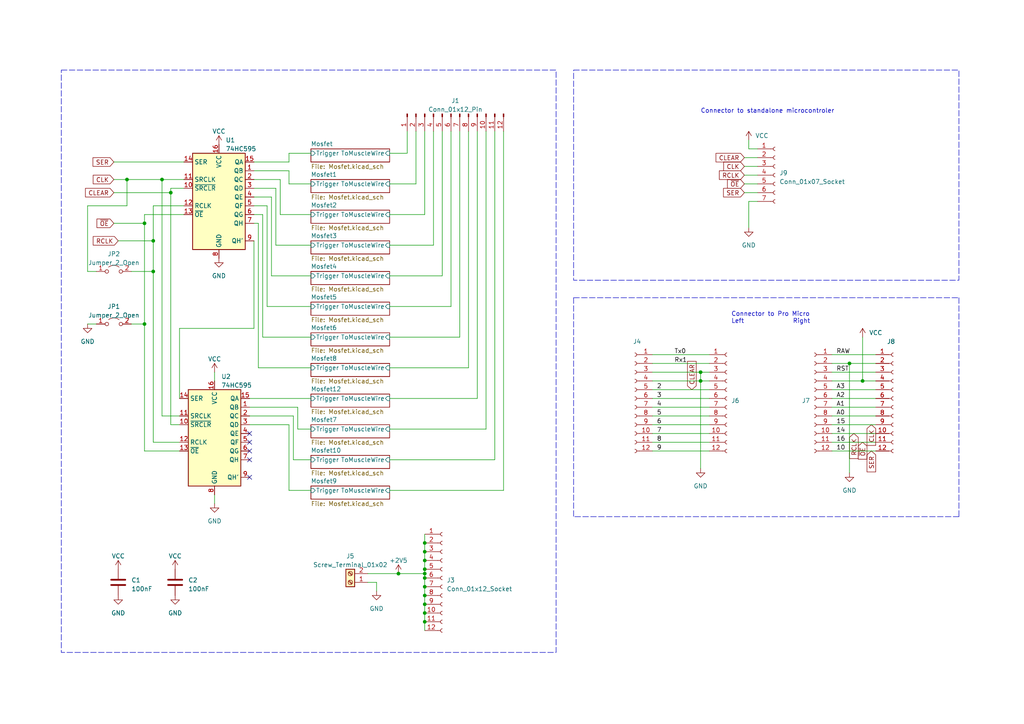
<source format=kicad_sch>
(kicad_sch (version 20230121) (generator eeschema)
  (paper "A4")
  (lib_symbols
    (symbol "74xx:74HC595"
      (property "Reference" "U" (at -7.62 13.97 0))
      (property "Value" "74HC595" (at -7.62 -16.51 0))
      (symbol "74HC595_1_0"
        (pin tri_state line (at 10.16 7.62 180) (length 2.54) (name "QB") (number "1"))
        (pin input line (at -10.16 2.54 0) (length 2.54) (name "~{SRCLR}") (number "10"))
        (pin input line (at -10.16 5.08 0) (length 2.54) (name "SRCLK") (number "11"))
        (pin input line (at -10.16 -2.54 0) (length 2.54) (name "RCLK") (number "12"))
        (pin input line (at -10.16 -5.08 0) (length 2.54) (name "~{OE}") (number "13"))
        (pin input line (at -10.16 10.16 0) (length 2.54) (name "SER") (number "14"))
        (pin tri_state line (at 10.16 10.16 180) (length 2.54) (name "QA") (number "15"))
        (pin power_in line (at 0 15.24 270) (length 2.54) (name "VCC") (number "16"))
        (pin tri_state line (at 10.16 5.08 180) (length 2.54) (name "QC") (number "2"))
        (pin tri_state line (at 10.16 2.54 180) (length 2.54) (name "QD") (number "3"))
        (pin tri_state line (at 10.16 0 180) (length 2.54) (name "QE") (number "4"))
        (pin tri_state line (at 10.16 -2.54 180) (length 2.54) (name "QF") (number "5"))
        (pin tri_state line (at 10.16 -5.08 180) (length 2.54) (name "QG") (number "6"))
        (pin tri_state line (at 10.16 -7.62 180) (length 2.54) (name "QH") (number "7"))
        (pin power_in line (at 0 -17.78 90) (length 2.54) (name "GND") (number "8"))
        (pin output line (at 10.16 -12.7 180) (length 2.54) (name "QH'") (number "9"))
      )
      (symbol "74HC595_1_1"
        (rectangle (start -7.62 12.7) (end 7.62 -15.24) (stroke (width 0.254)) (fill (type background)))
      )
    )
    (symbol "Connector:Conn_01x07_Socket" (pin_names (offset 1.016) hide)
      (property "Reference" "J" (at 0 10.16 0))
      (property "Value" "Conn_01x07_Socket" (at 0 -10.16 0))
      (symbol "Conn_01x07_Socket_1_1"
        (arc (start 0 -7.112) (mid -0.5058 -7.62) (end 0 -8.128) (stroke (width 0.1524)))
        (arc (start 0 -4.572) (mid -0.5058 -5.08) (end 0 -5.588) (stroke (width 0.1524)))
        (arc (start 0 -2.032) (mid -0.5058 -2.54) (end 0 -3.048) (stroke (width 0.1524)))
        (polyline (pts (xy -1.27 -7.62) (xy -0.508 -7.62)) (stroke (width 0.1524)))
        (polyline (pts (xy -1.27 -5.08) (xy -0.508 -5.08)) (stroke (width 0.1524)))
        (polyline (pts (xy -1.27 -2.54) (xy -0.508 -2.54)) (stroke (width 0.1524)))
        (polyline (pts (xy -1.27 0) (xy -0.508 0)) (stroke (width 0.1524)))
        (polyline (pts (xy -1.27 2.54) (xy -0.508 2.54)) (stroke (width 0.1524)))
        (polyline (pts (xy -1.27 5.08) (xy -0.508 5.08)) (stroke (width 0.1524)))
        (polyline (pts (xy -1.27 7.62) (xy -0.508 7.62)) (stroke (width 0.1524)))
        (arc (start 0 0.508) (mid -0.5058 0) (end 0 -0.508) (stroke (width 0.1524)))
        (arc (start 0 3.048) (mid -0.5058 2.54) (end 0 2.032) (stroke (width 0.1524)))
        (arc (start 0 5.588) (mid -0.5058 5.08) (end 0 4.572) (stroke (width 0.1524)))
        (arc (start 0 8.128) (mid -0.5058 7.62) (end 0 7.112) (stroke (width 0.1524)))
        (pin passive line (at -5.08 7.62 0) (length 3.81) (name "Pin_1") (number "1"))
        (pin passive line (at -5.08 5.08 0) (length 3.81) (name "Pin_2") (number "2"))
        (pin passive line (at -5.08 2.54 0) (length 3.81) (name "Pin_3") (number "3"))
        (pin passive line (at -5.08 0 0) (length 3.81) (name "Pin_4") (number "4"))
        (pin passive line (at -5.08 -2.54 0) (length 3.81) (name "Pin_5") (number "5"))
        (pin passive line (at -5.08 -5.08 0) (length 3.81) (name "Pin_6") (number "6"))
        (pin passive line (at -5.08 -7.62 0) (length 3.81) (name "Pin_7") (number "7"))
      )
    )
    (symbol "Connector:Conn_01x12_Pin" (pin_names (offset 1.016) hide)
      (property "Reference" "J" (at 0 15.24 0))
      (property "Value" "Conn_01x12_Pin" (at 0 -17.78 0))
      (symbol "Conn_01x12_Pin_1_1"
        (polyline (pts (xy 1.27 -15.24) (xy 0.8636 -15.24)) (stroke (width 0.1524)))
        (polyline (pts (xy 1.27 -12.7) (xy 0.8636 -12.7)) (stroke (width 0.1524)))
        (polyline (pts (xy 1.27 -10.16) (xy 0.8636 -10.16)) (stroke (width 0.1524)))
        (polyline (pts (xy 1.27 -7.62) (xy 0.8636 -7.62)) (stroke (width 0.1524)))
        (polyline (pts (xy 1.27 -5.08) (xy 0.8636 -5.08)) (stroke (width 0.1524)))
        (polyline (pts (xy 1.27 -2.54) (xy 0.8636 -2.54)) (stroke (width 0.1524)))
        (polyline (pts (xy 1.27 0) (xy 0.8636 0)) (stroke (width 0.1524)))
        (polyline (pts (xy 1.27 2.54) (xy 0.8636 2.54)) (stroke (width 0.1524)))
        (polyline (pts (xy 1.27 5.08) (xy 0.8636 5.08)) (stroke (width 0.1524)))
        (polyline (pts (xy 1.27 7.62) (xy 0.8636 7.62)) (stroke (width 0.1524)))
        (polyline (pts (xy 1.27 10.16) (xy 0.8636 10.16)) (stroke (width 0.1524)))
        (polyline (pts (xy 1.27 12.7) (xy 0.8636 12.7)) (stroke (width 0.1524)))
        (rectangle (start 0.8636 -15.113) (end 0 -15.367) (stroke (width 0.1524)) (fill (type outline)))
        (rectangle (start 0.8636 -12.573) (end 0 -12.827) (stroke (width 0.1524)) (fill (type outline)))
        (rectangle (start 0.8636 -10.033) (end 0 -10.287) (stroke (width 0.1524)) (fill (type outline)))
        (rectangle (start 0.8636 -7.493) (end 0 -7.747) (stroke (width 0.1524)) (fill (type outline)))
        (rectangle (start 0.8636 -4.953) (end 0 -5.207) (stroke (width 0.1524)) (fill (type outline)))
        (rectangle (start 0.8636 -2.413) (end 0 -2.667) (stroke (width 0.1524)) (fill (type outline)))
        (rectangle (start 0.8636 0.127) (end 0 -0.127) (stroke (width 0.1524)) (fill (type outline)))
        (rectangle (start 0.8636 2.667) (end 0 2.413) (stroke (width 0.1524)) (fill (type outline)))
        (rectangle (start 0.8636 5.207) (end 0 4.953) (stroke (width 0.1524)) (fill (type outline)))
        (rectangle (start 0.8636 7.747) (end 0 7.493) (stroke (width 0.1524)) (fill (type outline)))
        (rectangle (start 0.8636 10.287) (end 0 10.033) (stroke (width 0.1524)) (fill (type outline)))
        (rectangle (start 0.8636 12.827) (end 0 12.573) (stroke (width 0.1524)) (fill (type outline)))
        (pin passive line (at 5.08 12.7 180) (length 3.81) (name "Pin_1") (number "1"))
        (pin passive line (at 5.08 -10.16 180) (length 3.81) (name "Pin_10") (number "10"))
        (pin passive line (at 5.08 -12.7 180) (length 3.81) (name "Pin_11") (number "11"))
        (pin passive line (at 5.08 -15.24 180) (length 3.81) (name "Pin_12") (number "12"))
        (pin passive line (at 5.08 10.16 180) (length 3.81) (name "Pin_2") (number "2"))
        (pin passive line (at 5.08 7.62 180) (length 3.81) (name "Pin_3") (number "3"))
        (pin passive line (at 5.08 5.08 180) (length 3.81) (name "Pin_4") (number "4"))
        (pin passive line (at 5.08 2.54 180) (length 3.81) (name "Pin_5") (number "5"))
        (pin passive line (at 5.08 0 180) (length 3.81) (name "Pin_6") (number "6"))
        (pin passive line (at 5.08 -2.54 180) (length 3.81) (name "Pin_7") (number "7"))
        (pin passive line (at 5.08 -5.08 180) (length 3.81) (name "Pin_8") (number "8"))
        (pin passive line (at 5.08 -7.62 180) (length 3.81) (name "Pin_9") (number "9"))
      )
    )
    (symbol "Connector:Conn_01x12_Socket" (pin_names (offset 1.016) hide)
      (property "Reference" "J" (at 0 15.24 0))
      (property "Value" "Conn_01x12_Socket" (at 0 -17.78 0))
      (symbol "Conn_01x12_Socket_1_1"
        (arc (start 0 -14.732) (mid -0.5058 -15.24) (end 0 -15.748) (stroke (width 0.1524)))
        (arc (start 0 -12.192) (mid -0.5058 -12.7) (end 0 -13.208) (stroke (width 0.1524)))
        (arc (start 0 -9.652) (mid -0.5058 -10.16) (end 0 -10.668) (stroke (width 0.1524)))
        (arc (start 0 -7.112) (mid -0.5058 -7.62) (end 0 -8.128) (stroke (width 0.1524)))
        (arc (start 0 -4.572) (mid -0.5058 -5.08) (end 0 -5.588) (stroke (width 0.1524)))
        (arc (start 0 -2.032) (mid -0.5058 -2.54) (end 0 -3.048) (stroke (width 0.1524)))
        (polyline (pts (xy -1.27 -15.24) (xy -0.508 -15.24)) (stroke (width 0.1524)))
        (polyline (pts (xy -1.27 -12.7) (xy -0.508 -12.7)) (stroke (width 0.1524)))
        (polyline (pts (xy -1.27 -10.16) (xy -0.508 -10.16)) (stroke (width 0.1524)))
        (polyline (pts (xy -1.27 -7.62) (xy -0.508 -7.62)) (stroke (width 0.1524)))
        (polyline (pts (xy -1.27 -5.08) (xy -0.508 -5.08)) (stroke (width 0.1524)))
        (polyline (pts (xy -1.27 -2.54) (xy -0.508 -2.54)) (stroke (width 0.1524)))
        (polyline (pts (xy -1.27 0) (xy -0.508 0)) (stroke (width 0.1524)))
        (polyline (pts (xy -1.27 2.54) (xy -0.508 2.54)) (stroke (width 0.1524)))
        (polyline (pts (xy -1.27 5.08) (xy -0.508 5.08)) (stroke (width 0.1524)))
        (polyline (pts (xy -1.27 7.62) (xy -0.508 7.62)) (stroke (width 0.1524)))
        (polyline (pts (xy -1.27 10.16) (xy -0.508 10.16)) (stroke (width 0.1524)))
        (polyline (pts (xy -1.27 12.7) (xy -0.508 12.7)) (stroke (width 0.1524)))
        (arc (start 0 0.508) (mid -0.5058 0) (end 0 -0.508) (stroke (width 0.1524)))
        (arc (start 0 3.048) (mid -0.5058 2.54) (end 0 2.032) (stroke (width 0.1524)))
        (arc (start 0 5.588) (mid -0.5058 5.08) (end 0 4.572) (stroke (width 0.1524)))
        (arc (start 0 8.128) (mid -0.5058 7.62) (end 0 7.112) (stroke (width 0.1524)))
        (arc (start 0 10.668) (mid -0.5058 10.16) (end 0 9.652) (stroke (width 0.1524)))
        (arc (start 0 13.208) (mid -0.5058 12.7) (end 0 12.192) (stroke (width 0.1524)))
        (pin passive line (at -5.08 12.7 0) (length 3.81) (name "Pin_1") (number "1"))
        (pin passive line (at -5.08 -10.16 0) (length 3.81) (name "Pin_10") (number "10"))
        (pin passive line (at -5.08 -12.7 0) (length 3.81) (name "Pin_11") (number "11"))
        (pin passive line (at -5.08 -15.24 0) (length 3.81) (name "Pin_12") (number "12"))
        (pin passive line (at -5.08 10.16 0) (length 3.81) (name "Pin_2") (number "2"))
        (pin passive line (at -5.08 7.62 0) (length 3.81) (name "Pin_3") (number "3"))
        (pin passive line (at -5.08 5.08 0) (length 3.81) (name "Pin_4") (number "4"))
        (pin passive line (at -5.08 2.54 0) (length 3.81) (name "Pin_5") (number "5"))
        (pin passive line (at -5.08 0 0) (length 3.81) (name "Pin_6") (number "6"))
        (pin passive line (at -5.08 -2.54 0) (length 3.81) (name "Pin_7") (number "7"))
        (pin passive line (at -5.08 -5.08 0) (length 3.81) (name "Pin_8") (number "8"))
        (pin passive line (at -5.08 -7.62 0) (length 3.81) (name "Pin_9") (number "9"))
      )
    )
    (symbol "Connector:Screw_Terminal_01x02" (pin_names (offset 1.016) hide)
      (property "Reference" "J" (at 0 2.54 0))
      (property "Value" "Screw_Terminal_01x02" (at 0 -5.08 0))
      (symbol "Screw_Terminal_01x02_1_1"
        (rectangle (start -1.27 1.27) (end 1.27 -3.81) (stroke (width 0.254)) (fill (type background)))
        (circle (center 0 -2.54) (radius 0.635) (stroke (width 0.1524)))
        (polyline (pts (xy -0.5334 -2.2098) (xy 0.3302 -3.048)) (stroke (width 0.1524)))
        (polyline (pts (xy -0.5334 0.3302) (xy 0.3302 -0.508)) (stroke (width 0.1524)))
        (polyline (pts (xy -0.3556 -2.032) (xy 0.508 -2.8702)) (stroke (width 0.1524)))
        (polyline (pts (xy -0.3556 0.508) (xy 0.508 -0.3302)) (stroke (width 0.1524)))
        (circle (center 0 0) (radius 0.635) (stroke (width 0.1524)))
        (pin passive line (at -5.08 0 0) (length 3.81) (name "Pin_1") (number "1"))
        (pin passive line (at -5.08 -2.54 0) (length 3.81) (name "Pin_2") (number "2"))
      )
    )
    (symbol "Device:C" (pin_numbers hide) (pin_names (offset 0.254))
      (property "Reference" "C" (at 0.635 2.54 0))
      (property "Value" "C" (at 0.635 -2.54 0))
      (symbol "C_0_1"
        (polyline (pts (xy -2.032 -0.762) (xy 2.032 -0.762)) (stroke (width 0.508)))
        (polyline (pts (xy -2.032 0.762) (xy 2.032 0.762)) (stroke (width 0.508)))
      )
      (symbol "C_1_1"
        (pin passive line (at 0 3.81 270) (length 2.794) (name "~") (number "1"))
        (pin passive line (at 0 -3.81 90) (length 2.794) (name "~") (number "2"))
      )
    )
    (symbol "Jumper:Jumper_2_Open" (pin_names (offset 0) hide)
      (property "Reference" "JP" (at 0 2.794 0))
      (property "Value" "Jumper_2_Open" (at 0 -2.286 0))
      (symbol "Jumper_2_Open_0_0"
        (circle (center -2.032 0) (radius 0.508))
        (circle (center 2.032 0) (radius 0.508))
      )
      (symbol "Jumper_2_Open_0_1"
        (arc (start 1.524 1.27) (mid 0 1.778) (end -1.524 1.27))
      )
      (symbol "Jumper_2_Open_1_1"
        (pin passive line (at -5.08 0 0) (length 2.54) (name "A") (number "1"))
        (pin passive line (at 5.08 0 180) (length 2.54) (name "B") (number "2"))
      )
    )
    (symbol "power:+2V5" (power) (pin_names (offset 0))
      (property "Value" "+2V5" (at 0 3.556 0))
      (symbol "+2V5_0_1"
        (polyline (pts (xy -0.762 1.27) (xy 0 2.54)))
        (polyline (pts (xy 0 0) (xy 0 2.54)))
        (polyline (pts (xy 0 2.54) (xy 0.762 1.27)))
      )
      (symbol "+2V5_1_1"
        (pin power_in line (at 0 0 90) (length 0) hide (name "+2V5") (number "1"))
      )
    )
    (symbol "power:GND" (power) (pin_names (offset 0))
      (property "Value" "GND" (at 0 -3.81 0))
      (symbol "GND_0_1"
        (polyline (pts (xy 0 0) (xy 0 -1.27) (xy 1.27 -1.27) (xy 0 -2.54) (xy -1.27 -1.27) (xy 0 -1.27)))
      )
      (symbol "GND_1_1"
        (pin power_in line (at 0 0 270) (length 0) hide (name "GND") (number "1"))
      )
    )
    (symbol "power:VCC" (power) (pin_names (offset 0))
      (property "Value" "VCC" (at 0 3.81 0))
      (symbol "VCC_0_1"
        (polyline (pts (xy -0.762 1.27) (xy 0 2.54)))
        (polyline (pts (xy 0 0) (xy 0 2.54)))
        (polyline (pts (xy 0 2.54) (xy 0.762 1.27)))
      )
      (symbol "VCC_1_1"
        (pin power_in line (at 0 0 90) (length 0) hide (name "VCC") (number "1"))
      )
    )
  )
  (junction (at 44.45 78.74))
  (junction (at 123.19 172.72))
  (junction (at 36.83 52.07))
  (junction (at 203.2 107.95))
  (junction (at 123.19 157.48))
  (junction (at 41.91 93.98))
  (junction (at 123.19 167.64))
  (junction (at 250.19 110.49))
  (junction (at 123.19 162.56))
  (junction (at 123.19 175.26))
  (junction (at 123.19 170.18))
  (junction (at 123.19 160.02))
  (junction (at 46.99 52.07))
  (junction (at 44.45 69.85))
  (junction (at 246.38 105.41))
  (junction (at 123.19 177.8))
  (junction (at 203.2 110.49))
  (junction (at 123.19 166.37))
  (junction (at 115.57 166.37))
  (junction (at 123.19 180.34))
  (junction (at 41.91 64.77))
  (junction (at 123.19 165.1))
  (junction (at 49.53 55.88))
  (no_connect (at 72.39 133.35))
  (no_connect (at 72.39 125.73))
  (no_connect (at 72.39 128.27))
  (no_connect (at 72.39 130.81))
  (no_connect (at 72.39 138.43))
  (wire (pts (xy 215.9 53.34) (xy 219.71 53.34)))
  (wire (pts (xy 189.23 115.57) (xy 205.74 115.57)))
  (wire (pts (xy 113.03 62.23) (xy 123.19 62.23)))
  (wire (pts (xy 86.36 118.11) (xy 86.36 124.46)))
  (wire (pts (xy 189.23 118.11) (xy 205.74 118.11)))
  (wire (pts (xy 83.82 44.45) (xy 90.17 44.45)))
  (wire (pts (xy 85.09 133.35) (xy 90.17 133.35)))
  (wire (pts (xy 241.3 123.19) (xy 254 123.19)))
  (wire (pts (xy 74.93 106.68) (xy 90.17 106.68)))
  (wire (pts (xy 115.57 166.37) (xy 123.19 166.37)))
  (wire (pts (xy 189.23 128.27) (xy 205.74 128.27)))
  (wire (pts (xy 123.19 177.8) (xy 123.19 180.34)))
  (wire (pts (xy 85.09 120.65) (xy 85.09 133.35)))
  (wire (pts (xy 203.2 110.49) (xy 205.74 110.49)))
  (wire (pts (xy 130.81 38.1) (xy 130.81 88.9)))
  (wire (pts (xy 106.68 166.37) (xy 115.57 166.37)))
  (wire (pts (xy 33.02 46.99) (xy 53.34 46.99)))
  (wire (pts (xy 73.66 69.85) (xy 73.66 95.25)))
  (wire (pts (xy 113.03 142.24) (xy 146.05 142.24)))
  (wire (pts (xy 113.03 97.79) (xy 133.35 97.79)))
  (wire (pts (xy 217.17 58.42) (xy 219.71 58.42)))
  (wire (pts (xy 73.66 59.69) (xy 77.47 59.69)))
  (wire (pts (xy 73.66 46.99) (xy 83.82 46.99)))
  (wire (pts (xy 38.1 93.98) (xy 41.91 93.98)))
  (wire (pts (xy 73.66 64.77) (xy 74.93 64.77)))
  (wire (pts (xy 44.45 128.27) (xy 52.07 128.27)))
  (wire (pts (xy 62.23 143.51) (xy 62.23 146.05)))
  (wire (pts (xy 72.39 123.19) (xy 83.82 123.19)))
  (wire (pts (xy 143.51 38.1) (xy 143.51 133.35)))
  (wire (pts (xy 41.91 93.98) (xy 41.91 130.81)))
  (wire (pts (xy 123.19 180.34) (xy 123.19 182.88)))
  (wire (pts (xy 113.03 44.45) (xy 118.11 44.45)))
  (wire (pts (xy 120.65 38.1) (xy 120.65 53.34)))
  (wire (pts (xy 143.51 133.35) (xy 113.03 133.35)))
  (wire (pts (xy 189.23 120.65) (xy 205.74 120.65)))
  (wire (pts (xy 203.2 135.89) (xy 203.2 110.49)))
  (wire (pts (xy 86.36 124.46) (xy 90.17 124.46)))
  (wire (pts (xy 25.4 78.74) (xy 25.4 59.69)))
  (wire (pts (xy 241.3 128.27) (xy 254 128.27)))
  (wire (pts (xy 215.9 48.26) (xy 219.71 48.26)))
  (wire (pts (xy 72.39 118.11) (xy 86.36 118.11)))
  (wire (pts (xy 241.3 118.11) (xy 254 118.11)))
  (polyline (pts (xy 166.37 86.36) (xy 278.13 86.36)) (stroke (width 0) (type dash)))
  (wire (pts (xy 73.66 49.53) (xy 83.82 49.53)))
  (wire (pts (xy 90.17 97.79) (xy 76.2 97.79)))
  (wire (pts (xy 241.3 115.57) (xy 254 115.57)))
  (wire (pts (xy 123.19 165.1) (xy 123.19 166.37)))
  (wire (pts (xy 113.03 71.12) (xy 125.73 71.12)))
  (wire (pts (xy 46.99 52.07) (xy 46.99 120.65)))
  (wire (pts (xy 241.3 105.41) (xy 246.38 105.41)))
  (wire (pts (xy 215.9 50.8) (xy 219.71 50.8)))
  (wire (pts (xy 49.53 54.61) (xy 49.53 55.88)))
  (wire (pts (xy 138.43 115.57) (xy 113.03 115.57)))
  (wire (pts (xy 128.27 80.01) (xy 113.03 80.01)))
  (wire (pts (xy 41.91 62.23) (xy 41.91 64.77)))
  (wire (pts (xy 205.74 107.95) (xy 203.2 107.95)))
  (wire (pts (xy 128.27 38.1) (xy 128.27 80.01)))
  (wire (pts (xy 217.17 58.42) (xy 217.17 66.04)))
  (wire (pts (xy 123.19 160.02) (xy 123.19 157.48)))
  (wire (pts (xy 76.2 62.23) (xy 73.66 62.23)))
  (polyline (pts (xy 278.13 149.86) (xy 166.37 149.86)) (stroke (width 0) (type dash)))
  (wire (pts (xy 44.45 78.74) (xy 44.45 128.27)))
  (wire (pts (xy 189.23 105.41) (xy 205.74 105.41)))
  (wire (pts (xy 33.02 64.77) (xy 41.91 64.77)))
  (wire (pts (xy 33.02 55.88) (xy 49.53 55.88)))
  (wire (pts (xy 241.3 125.73) (xy 254 125.73)))
  (polyline (pts (xy 278.13 86.36) (xy 278.13 149.86)) (stroke (width 0) (type dash)))
  (wire (pts (xy 250.19 110.49) (xy 250.19 97.79)))
  (wire (pts (xy 106.68 168.91) (xy 109.22 168.91)))
  (wire (pts (xy 52.07 95.25) (xy 52.07 115.57)))
  (wire (pts (xy 53.34 52.07) (xy 46.99 52.07)))
  (wire (pts (xy 241.3 130.81) (xy 254 130.81)))
  (wire (pts (xy 215.9 55.88) (xy 219.71 55.88)))
  (wire (pts (xy 49.53 123.19) (xy 52.07 123.19)))
  (wire (pts (xy 246.38 105.41) (xy 254 105.41)))
  (wire (pts (xy 38.1 78.74) (xy 44.45 78.74)))
  (polyline (pts (xy 166.37 86.36) (xy 166.37 149.86)) (stroke (width 0) (type dash)))
  (wire (pts (xy 189.23 107.95) (xy 203.2 107.95)))
  (wire (pts (xy 78.74 57.15) (xy 78.74 80.01)))
  (wire (pts (xy 113.03 53.34) (xy 120.65 53.34)))
  (wire (pts (xy 83.82 123.19) (xy 83.82 142.24)))
  (wire (pts (xy 135.89 106.68) (xy 135.89 38.1)))
  (wire (pts (xy 72.39 120.65) (xy 85.09 120.65)))
  (wire (pts (xy 241.3 107.95) (xy 254 107.95)))
  (wire (pts (xy 189.23 102.87) (xy 205.74 102.87)))
  (wire (pts (xy 123.19 172.72) (xy 123.19 175.26)))
  (wire (pts (xy 123.19 162.56) (xy 123.19 165.1)))
  (wire (pts (xy 36.83 52.07) (xy 46.99 52.07)))
  (wire (pts (xy 219.71 43.18) (xy 217.17 43.18)))
  (wire (pts (xy 74.93 64.77) (xy 74.93 106.68)))
  (wire (pts (xy 203.2 110.49) (xy 203.2 107.95)))
  (wire (pts (xy 83.82 46.99) (xy 83.82 44.45)))
  (wire (pts (xy 73.66 54.61) (xy 80.01 54.61)))
  (wire (pts (xy 113.03 106.68) (xy 135.89 106.68)))
  (wire (pts (xy 41.91 64.77) (xy 41.91 93.98)))
  (wire (pts (xy 73.66 52.07) (xy 81.28 52.07)))
  (wire (pts (xy 189.23 110.49) (xy 203.2 110.49)))
  (wire (pts (xy 77.47 88.9) (xy 90.17 88.9)))
  (wire (pts (xy 118.11 38.1) (xy 118.11 44.45)))
  (wire (pts (xy 73.66 57.15) (xy 78.74 57.15)))
  (wire (pts (xy 44.45 59.69) (xy 44.45 69.85)))
  (wire (pts (xy 83.82 53.34) (xy 90.17 53.34)))
  (wire (pts (xy 123.19 166.37) (xy 123.19 167.64)))
  (wire (pts (xy 250.19 110.49) (xy 254 110.49)))
  (wire (pts (xy 109.22 168.91) (xy 109.22 171.45)))
  (wire (pts (xy 241.3 113.03) (xy 254 113.03)))
  (wire (pts (xy 72.39 115.57) (xy 90.17 115.57)))
  (wire (pts (xy 34.29 69.85) (xy 44.45 69.85)))
  (wire (pts (xy 76.2 62.23) (xy 76.2 97.79)))
  (wire (pts (xy 217.17 43.18) (xy 217.17 40.64)))
  (wire (pts (xy 146.05 142.24) (xy 146.05 38.1)))
  (wire (pts (xy 81.28 62.23) (xy 90.17 62.23)))
  (wire (pts (xy 80.01 71.12) (xy 90.17 71.12)))
  (wire (pts (xy 53.34 59.69) (xy 44.45 59.69)))
  (wire (pts (xy 41.91 130.81) (xy 52.07 130.81)))
  (wire (pts (xy 133.35 97.79) (xy 133.35 38.1)))
  (wire (pts (xy 140.97 124.46) (xy 140.97 38.1)))
  (wire (pts (xy 138.43 38.1) (xy 138.43 115.57)))
  (wire (pts (xy 77.47 59.69) (xy 77.47 88.9)))
  (wire (pts (xy 241.3 102.87) (xy 254 102.87)))
  (wire (pts (xy 73.66 95.25) (xy 52.07 95.25)))
  (wire (pts (xy 83.82 49.53) (xy 83.82 53.34)))
  (wire (pts (xy 44.45 69.85) (xy 44.45 78.74)))
  (wire (pts (xy 246.38 137.16) (xy 246.38 105.41)))
  (wire (pts (xy 46.99 120.65) (xy 52.07 120.65)))
  (wire (pts (xy 78.74 80.01) (xy 90.17 80.01)))
  (wire (pts (xy 123.19 175.26) (xy 123.19 177.8)))
  (wire (pts (xy 123.19 154.94) (xy 123.19 157.48)))
  (wire (pts (xy 62.23 110.49) (xy 62.23 107.95)))
  (wire (pts (xy 241.3 110.49) (xy 250.19 110.49)))
  (wire (pts (xy 25.4 59.69) (xy 36.83 59.69)))
  (wire (pts (xy 189.23 130.81) (xy 205.74 130.81)))
  (wire (pts (xy 25.4 93.98) (xy 27.94 93.98)))
  (wire (pts (xy 49.53 55.88) (xy 49.53 123.19)))
  (wire (pts (xy 113.03 124.46) (xy 140.97 124.46)))
  (wire (pts (xy 123.19 160.02) (xy 123.19 162.56)))
  (wire (pts (xy 25.4 78.74) (xy 27.94 78.74)))
  (wire (pts (xy 80.01 54.61) (xy 80.01 71.12)))
  (wire (pts (xy 123.19 38.1) (xy 123.19 62.23)))
  (wire (pts (xy 33.02 52.07) (xy 36.83 52.07)))
  (wire (pts (xy 113.03 88.9) (xy 130.81 88.9)))
  (wire (pts (xy 215.9 45.72) (xy 219.71 45.72)))
  (wire (pts (xy 189.23 113.03) (xy 205.74 113.03)))
  (wire (pts (xy 53.34 62.23) (xy 41.91 62.23)))
  (wire (pts (xy 125.73 38.1) (xy 125.73 71.12)))
  (wire (pts (xy 241.3 120.65) (xy 254 120.65)))
  (wire (pts (xy 123.19 167.64) (xy 123.19 170.18)))
  (wire (pts (xy 53.34 54.61) (xy 49.53 54.61)))
  (wire (pts (xy 83.82 142.24) (xy 90.17 142.24)))
  (wire (pts (xy 36.83 59.69) (xy 36.83 52.07)))
  (wire (pts (xy 123.19 170.18) (xy 123.19 172.72)))
  (wire (pts (xy 189.23 125.73) (xy 205.74 125.73)))
  (wire (pts (xy 189.23 123.19) (xy 205.74 123.19)))
  (wire (pts (xy 81.28 52.07) (xy 81.28 62.23)))
  (rectangle (start 166.37 20.32) (end 278.13 81.28) (stroke (width 0) (type dash)))
  (rectangle (start 17.78 20.32) (end 161.29 189.23) (stroke (width 0) (type dash)))
  (text "Connector to Pro Micro\nLeft		   Right" (at 212.09 93.98 0) (effects (font (size 1.27 1.27)) (justify left bottom)))
  (text "Connector to standalone microcontroler" (at 203.2 33.02 0) (effects (font (size 1.27 1.27)) (justify left bottom)))
  (label "A1" (at 242.57 118.11 0))
  (label "8" (at 190.5 128.27 0))
  (label "14" (at 242.57 125.73 0))
  (label "RAW" (at 242.57 102.87 0))
  (label "Rx1" (at 195.58 105.41 0))
  (label "2" (at 190.5 113.03 0))
  (label "15" (at 242.57 123.19 0))
  (label "9" (at 190.5 130.81 0))
  (label "RST" (at 242.57 107.95 0))
  (label "A0" (at 242.57 120.65 0))
  (label "16" (at 242.57 128.27 0))
  (label "7" (at 190.5 125.73 0))
  (label "3" (at 190.5 115.57 0))
  (label "A2" (at 242.57 115.57 0))
  (label "5" (at 190.5 120.65 0))
  (label "4" (at 190.5 118.11 0))
  (label "A3" (at 242.57 113.03 0))
  (label "10" (at 242.57 130.81 0))
  (label "Tx0" (at 195.58 102.87 0))
  (label "6" (at 190.5 123.19 0))
  (global_label "CLEAR" (shape input) (at 33.02 55.88 180) (property "Intersheetrefs" "${INTERSHEET_REFS}" (effects hide)))
  (global_label "CLEAR" (shape input) (at 200.66 113.03 90) (property "Intersheetrefs" "${INTERSHEET_REFS}" (effects hide)))
  (global_label "RCLK" (shape input) (at 34.29 69.85 180) (property "Intersheetrefs" "${INTERSHEET_REFS}" (effects hide)))
  (global_label "SER" (shape input) (at 33.02 46.99 180) (property "Intersheetrefs" "${INTERSHEET_REFS}" (effects hide)))
  (global_label "RCLK" (shape input) (at 247.65 125.73 270) (property "Intersheetrefs" "${INTERSHEET_REFS}" (effects hide)))
  (global_label "CLK" (shape input) (at 252.73 123.19 270) (property "Intersheetrefs" "${INTERSHEET_REFS}" (effects hide)))
  (global_label "CLK" (shape input) (at 33.02 52.07 180) (property "Intersheetrefs" "${INTERSHEET_REFS}" (effects hide)))
  (global_label "RCLK" (shape input) (at 215.9 50.8 180) (property "Intersheetrefs" "${INTERSHEET_REFS}" (effects hide)))
  (global_label "CLK" (shape input) (at 215.9 48.26 180) (property "Intersheetrefs" "${INTERSHEET_REFS}" (effects hide)))
  (global_label "~{OE}" (shape input) (at 250.19 128.27 270) (property "Intersheetrefs" "${INTERSHEET_REFS}" (effects hide)))
  (global_label "~{OE}" (shape input) (at 215.9 53.34 180) (property "Intersheetrefs" "${INTERSHEET_REFS}" (effects hide)))
  (global_label "SER" (shape input) (at 215.9 55.88 180) (property "Intersheetrefs" "${INTERSHEET_REFS}" (effects hide)))
  (global_label "SER" (shape input) (at 252.73 130.81 270) (property "Intersheetrefs" "${INTERSHEET_REFS}" (effects hide)))
  (global_label "~{OE}" (shape input) (at 33.02 64.77 180) (property "Intersheetrefs" "${INTERSHEET_REFS}" (effects hide)))
  (global_label "CLEAR" (shape input) (at 215.9 45.72 180) (property "Intersheetrefs" "${INTERSHEET_REFS}" (effects hide)))
  (symbol (lib_id "power:GND") (at 34.29 172.72 0) (unit 1)
    (property "Reference" "#PWR024" (effects hide))
    (property "Value" "GND" (at 34.29 177.8 0))
  )
  (symbol (lib_id "Device:C") (at 50.8 168.91 0) (unit 1)
    (property "Reference" "C2" (at 54.61 168.275 0) (effects (justify left)))
    (property "Value" "100nF" (at 54.61 170.815 0) (effects (justify left)))
    (property "Footprint" "Capacitor_SMD:C_0805_2012Metric_Pad1.18x1.45mm_HandSolder" (effects hide))
  )
  (symbol (lib_id "Connector:Conn_01x12_Socket") (at 236.22 115.57 0) (mirror y) (unit 1)
    (property "Reference" "J7" (at 234.95 116.205 0) (effects (justify left)))
    (property "Value" "Conn_01x12_Socket" (effects hide))
    (property "Footprint" "Connector_PinSocket_2.54mm:PinSocket_1x12_P2.54mm_Vertical" (effects hide))
  )
  (symbol (lib_id "Connector:Screw_Terminal_01x02") (at 101.6 168.91 180) (unit 1)
    (property "Reference" "J5" (at 101.6 161.29 0))
    (property "Value" "Screw_Terminal_01x02" (at 101.6 163.83 0))
    (property "Footprint" "TerminalBlock:TerminalBlock_bornier-2_P5.08mm" (effects hide))
  )
  (symbol (lib_id "power:VCC") (at 34.29 165.1 0) (unit 1)
    (property "Reference" "#PWR015" (effects hide))
    (property "Value" "VCC" (at 34.29 161.29 0))
  )
  (symbol (lib_id "power:GND") (at 109.22 171.45 0) (unit 1)
    (property "Reference" "#PWR014" (effects hide))
    (property "Value" "GND" (at 109.22 176.53 0))
  )
  (symbol (lib_id "Connector:Conn_01x07_Socket") (at 224.79 50.8 0) (unit 1)
    (property "Reference" "J9" (at 226.06 50.165 0) (effects (justify left)))
    (property "Value" "Conn_01x07_Socket" (at 226.06 52.705 0) (effects (justify left)))
    (property "Footprint" "Connector_PinSocket_2.54mm:PinSocket_1x07_P2.54mm_Horizontal" (effects hide))
  )
  (symbol (lib_id "power:GND") (at 62.23 146.05 0) (unit 1)
    (property "Reference" "#PWR019" (effects hide))
    (property "Value" "GND" (at 62.23 151.13 0))
  )
  (symbol (lib_id "power:VCC") (at 217.17 40.64 0) (unit 1)
    (property "Reference" "#PWR023" (effects hide))
    (property "Value" "VCC" (at 220.98 39.37 0))
  )
  (symbol (lib_id "power:+2V5") (at 115.57 166.37 0) (unit 1)
    (property "Reference" "#PWR02" (effects hide))
    (property "Value" "+2V5" (at 115.57 162.56 0))
  )
  (symbol (lib_id "74xx:74HC595") (at 62.23 125.73 0) (unit 1)
    (property "Reference" "U2" (at 64.1859 109.22 0) (effects (justify left)))
    (property "Value" "74HC595" (at 64.1859 111.76 0) (effects (justify left)))
    (property "Footprint" "Package_SO:SOIC-16_3.9x9.9mm_P1.27mm" (effects hide))
    (property "Datasheet" "http://www.ti.com/lit/ds/symlink/sn74hc595.pdf" (effects hide))
  )
  (symbol (lib_id "power:GND") (at 246.38 137.16 0) (unit 1)
    (property "Reference" "#PWR028" (effects hide))
    (property "Value" "GND" (at 246.38 142.24 0))
  )
  (symbol (lib_id "74xx:74HC595") (at 63.5 57.15 0) (unit 1)
    (property "Reference" "U1" (at 65.4559 40.64 0) (effects (justify left)))
    (property "Value" "74HC595" (at 65.4559 43.18 0) (effects (justify left)))
    (property "Footprint" "Package_SO:SOIC-16_3.9x9.9mm_P1.27mm" (effects hide))
    (property "Datasheet" "http://www.ti.com/lit/ds/symlink/sn74hc595.pdf" (effects hide))
  )
  (symbol (lib_id "Connector:Conn_01x12_Socket") (at 210.82 115.57 0) (unit 1)
    (property "Reference" "J6" (at 212.09 116.205 0) (effects (justify left)))
    (property "Value" "Conn_01x12_Socket" (effects hide))
    (property "Footprint" "Connector_PinSocket_2.54mm:PinSocket_1x12_P2.54mm_Vertical" (effects hide))
  )
  (symbol (lib_id "power:VCC") (at 63.5 41.91 0) (unit 1)
    (property "Reference" "#PWR016" (effects hide))
    (property "Value" "VCC" (at 63.5 38.1 0))
  )
  (symbol (lib_id "power:VCC") (at 50.8 165.1 0) (unit 1)
    (property "Reference" "#PWR025" (effects hide))
    (property "Value" "VCC" (at 50.8 161.29 0))
  )
  (symbol (lib_id "Connector:Conn_01x12_Socket") (at 128.27 167.64 0) (unit 1)
    (property "Reference" "J3" (at 129.54 168.275 0) (effects (justify left)))
    (property "Value" "Conn_01x12_Socket" (at 129.54 170.815 0) (effects (justify left)))
    (property "Footprint" "Connector_PinSocket_2.54mm:PinSocket_1x12_P2.54mm_Horizontal" (effects hide))
  )
  (symbol (lib_id "power:GND") (at 25.4 93.98 0) (unit 1)
    (property "Reference" "#PWR020" (effects hide))
    (property "Value" "GND" (at 25.4 99.06 0))
  )
  (symbol (lib_id "power:GND") (at 217.17 66.04 0) (unit 1)
    (property "Reference" "#PWR022" (effects hide))
    (property "Value" "GND" (at 217.17 71.12 0))
  )
  (symbol (lib_id "Device:C") (at 34.29 168.91 0) (unit 1)
    (property "Reference" "C1" (at 38.1 168.275 0) (effects (justify left)))
    (property "Value" "100nF" (at 38.1 170.815 0) (effects (justify left)))
    (property "Footprint" "Capacitor_SMD:C_0805_2012Metric_Pad1.18x1.45mm_HandSolder" (effects hide))
  )
  (symbol (lib_id "power:VCC") (at 250.19 97.79 0) (unit 1)
    (property "Reference" "#PWR029" (effects hide))
    (property "Value" "VCC" (at 254 96.52 0))
  )
  (symbol (lib_id "power:GND") (at 203.2 135.89 0) (unit 1)
    (property "Reference" "#PWR027" (effects hide))
    (property "Value" "GND" (at 203.2 140.97 0))
  )
  (symbol (lib_id "Connector:Conn_01x12_Socket") (at 184.15 115.57 0) (mirror y) (unit 1)
    (property "Reference" "J4" (at 184.785 99.06 0))
    (property "Value" "Conn_01x12_Socket" (effects hide))
    (property "Footprint" "Connector_PinSocket_2.54mm:PinSocket_1x12_P2.54mm_Vertical" (effects hide))
  )
  (symbol (lib_id "power:GND") (at 63.5 74.93 0) (unit 1)
    (property "Reference" "#PWR018" (effects hide))
    (property "Value" "GND" (at 63.5 80.01 0))
  )
  (symbol (lib_id "Connector:Conn_01x12_Socket") (at 259.08 115.57 0) (unit 1)
    (property "Reference" "J8" (at 258.445 99.06 0))
    (property "Value" "Conn_01x12_Socket" (effects hide))
    (property "Footprint" "Connector_PinSocket_2.54mm:PinSocket_1x12_P2.54mm_Vertical" (effects hide))
  )
  (symbol (lib_id "Jumper:Jumper_2_Open") (at 33.02 93.98 0) (unit 1)
    (property "Reference" "JP1" (at 33.02 88.9 0))
    (property "Value" "Jumper_2_Open" (at 33.02 91.44 0))
    (property "Footprint" "Connector_PinHeader_2.54mm:PinHeader_1x02_P2.54mm_Horizontal" (effects hide))
  )
  (symbol (lib_id "power:VCC") (at 62.23 107.95 0) (unit 1)
    (property "Reference" "#PWR017" (effects hide))
    (property "Value" "VCC" (at 62.23 104.14 0))
  )
  (symbol (lib_id "power:GND") (at 50.8 172.72 0) (unit 1)
    (property "Reference" "#PWR026" (effects hide))
    (property "Value" "GND" (at 50.8 177.8 0))
  )
  (symbol (lib_id "Connector:Conn_01x12_Pin") (at 130.81 33.02 90) (mirror x) (unit 1)
    (property "Reference" "J1" (at 132.08 29.21 90))
    (property "Value" "Conn_01x12_Pin" (at 132.08 31.75 90))
    (property "Footprint" "Connector_PinHeader_2.54mm:PinHeader_1x12_P2.54mm_Horizontal" (effects hide))
  )
  (symbol (lib_id "Jumper:Jumper_2_Open") (at 33.02 78.74 0) (unit 1)
    (property "Reference" "JP2" (at 33.02 73.66 0))
    (property "Value" "Jumper_2_Open" (at 33.02 76.2 0))
    (property "Footprint" "Connector_PinHeader_2.54mm:PinHeader_1x02_P2.54mm_Horizontal" (effects hide))
  )
  (sheet (at 90.17 105.41) (size 22.86 3.81) (stroke (width 0.1524))
    (property "Sheetname" "Mosfet8" (at 90.17 104.6984 0) (effects (justify left bottom)))
    (property "Sheetfile" "Mosfet.kicad_sch" (at 90.17 109.8046 0) (effects (justify left top)))
    (pin "ToMuscleWire" input (at 113.03 106.68 0))
    (pin "Trigger" input (at 90.17 106.68 180))
  )
  (sheet (at 90.17 96.52) (size 22.86 3.81) (stroke (width 0.1524))
    (property "Sheetname" "Mosfet6" (at 90.17 95.8084 0) (effects (justify left bottom)))
    (property "Sheetfile" "Mosfet.kicad_sch" (at 90.17 100.9146 0) (effects (justify left top)))
    (pin "ToMuscleWire" input (at 113.03 97.79 0))
    (pin "Trigger" input (at 90.17 97.79 180))
  )
  (sheet (at 90.17 69.85) (size 22.86 3.81) (stroke (width 0.1524))
    (property "Sheetname" "Mosfet3" (at 90.17 69.1384 0) (effects (justify left bottom)))
    (property "Sheetfile" "Mosfet.kicad_sch" (at 90.17 74.2446 0) (effects (justify left top)))
    (pin "ToMuscleWire" input (at 113.03 71.12 0))
    (pin "Trigger" input (at 90.17 71.12 180))
  )
  (sheet (at 90.17 114.3) (size 22.86 3.81) (stroke (width 0.1524))
    (property "Sheetname" "Mosfet12" (at 90.17 113.5884 0) (effects (justify left bottom)))
    (property "Sheetfile" "Mosfet.kicad_sch" (at 90.17 118.6946 0) (effects (justify left top)))
    (pin "ToMuscleWire" input (at 113.03 115.57 0))
    (pin "Trigger" input (at 90.17 115.57 180))
  )
  (sheet (at 90.17 87.63) (size 22.86 3.81) (stroke (width 0.1524))
    (property "Sheetname" "Mosfet5" (at 90.17 86.9184 0) (effects (justify left bottom)))
    (property "Sheetfile" "Mosfet.kicad_sch" (at 90.17 92.0246 0) (effects (justify left top)))
    (pin "ToMuscleWire" input (at 113.03 88.9 0))
    (pin "Trigger" input (at 90.17 88.9 180))
  )
  (sheet (at 90.17 123.19) (size 22.86 3.81) (stroke (width 0.1524))
    (property "Sheetname" "Mosfet7" (at 90.17 122.4784 0) (effects (justify left bottom)))
    (property "Sheetfile" "Mosfet.kicad_sch" (at 90.17 127.5846 0) (effects (justify left top)))
    (pin "ToMuscleWire" input (at 113.03 124.46 0))
    (pin "Trigger" input (at 90.17 124.46 180))
  )
  (sheet (at 90.17 60.96) (size 22.86 3.81) (stroke (width 0.1524))
    (property "Sheetname" "Mosfet2" (at 90.17 60.2484 0) (effects (justify left bottom)))
    (property "Sheetfile" "Mosfet.kicad_sch" (at 90.17 65.3546 0) (effects (justify left top)))
    (pin "ToMuscleWire" input (at 113.03 62.23 0))
    (pin "Trigger" input (at 90.17 62.23 180))
  )
  (sheet (at 90.17 43.18) (size 22.86 3.81) (stroke (width 0.1524))
    (property "Sheetname" "Mosfet" (at 90.17 42.4684 0) (effects (justify left bottom)))
    (property "Sheetfile" "Mosfet.kicad_sch" (at 90.17 47.5746 0) (effects (justify left top)))
    (pin "ToMuscleWire" input (at 113.03 44.45 0))
    (pin "Trigger" input (at 90.17 44.45 180))
  )
  (sheet (at 90.17 132.08) (size 22.86 3.81) (stroke (width 0.1524))
    (property "Sheetname" "Mosfet10" (at 90.17 131.3684 0) (effects (justify left bottom)))
    (property "Sheetfile" "Mosfet.kicad_sch" (at 90.17 136.4746 0) (effects (justify left top)))
    (pin "ToMuscleWire" input (at 113.03 133.35 0))
    (pin "Trigger" input (at 90.17 133.35 180))
  )
  (sheet (at 90.17 52.07) (size 22.86 3.81) (stroke (width 0.1524))
    (property "Sheetname" "Mosfet1" (at 90.17 51.3584 0) (effects (justify left bottom)))
    (property "Sheetfile" "Mosfet.kicad_sch" (at 90.17 56.4646 0) (effects (justify left top)))
    (pin "ToMuscleWire" input (at 113.03 53.34 0))
    (pin "Trigger" input (at 90.17 53.34 180))
  )
  (sheet (at 90.17 78.74) (size 22.86 3.81) (stroke (width 0.1524))
    (property "Sheetname" "Mosfet4" (at 90.17 78.0284 0) (effects (justify left bottom)))
    (property "Sheetfile" "Mosfet.kicad_sch" (at 90.17 83.1346 0) (effects (justify left top)))
    (pin "ToMuscleWire" input (at 113.03 80.01 0))
    (pin "Trigger" input (at 90.17 80.01 180))
  )
  (sheet (at 90.17 140.97) (size 22.86 3.81) (stroke (width 0.1524))
    (property "Sheetname" "Mosfet9" (at 90.17 140.2584 0) (effects (justify left bottom)))
    (property "Sheetfile" "Mosfet.kicad_sch" (at 90.17 145.3646 0) (effects (justify left top)))
    (pin "ToMuscleWire" input (at 113.03 142.24 0))
    (pin "Trigger" input (at 90.17 142.24 180))
  )
)
</source>
